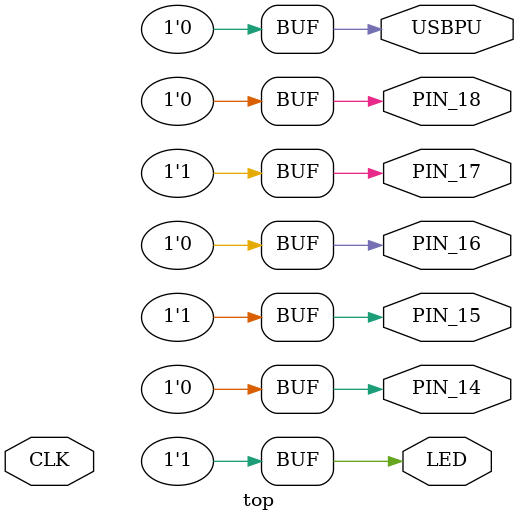
<source format=v>
`default_nettype none

module top (
    input CLK,    // 16MHz clock
    output LED,   // User/boot LED next to power LED
    output USBPU,  // USB pull-up resistor

    output PIN_14,
    output PIN_15,
    output PIN_16,
    output PIN_17,
    output PIN_18
    );

    // drive USB pull-up resistor to '0' to disable USB
    assign USBPU = 0;
    assign LED = 1'b1;

    assign PIN_14 = 1'b0;
    assign PIN_15 = 1'b1;
    assign PIN_16 = 1'b0;
    assign PIN_17 = 1'b1;
    assign PIN_18 = 1'b0;
endmodule

</source>
